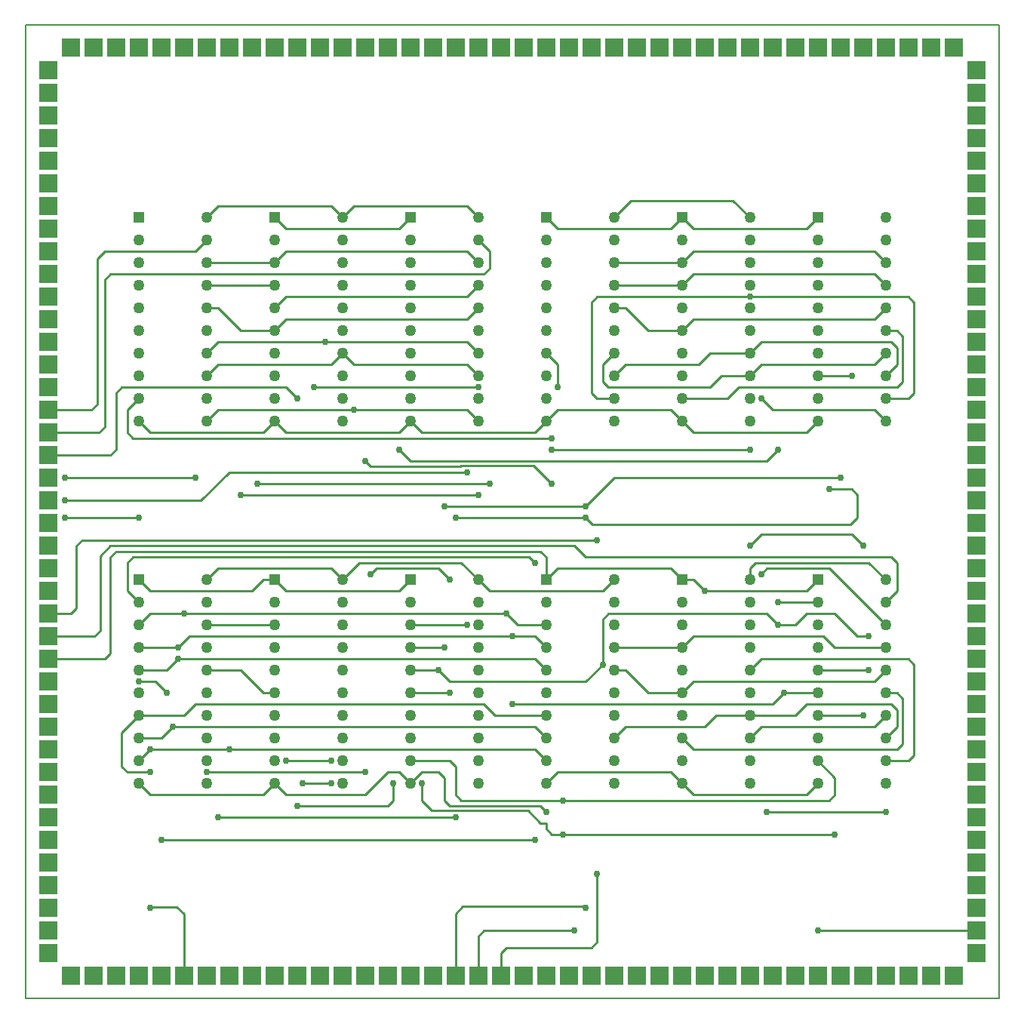
<source format=gbr>
G04 PROTEUS GERBER X2 FILE*
%TF.GenerationSoftware,Labcenter,Proteus,8.13-SP0-Build31525*%
%TF.CreationDate,2022-07-18T16:44:16+00:00*%
%TF.FileFunction,Copper,L1,Top*%
%TF.FilePolarity,Positive*%
%TF.Part,Single*%
%TF.SameCoordinates,{5cd33fac-9818-4aa8-8d23-16ed7fe0303d}*%
%FSLAX45Y45*%
%MOMM*%
G01*
%TA.AperFunction,Conductor*%
%ADD10C,0.254000*%
%TA.AperFunction,ViaPad*%
%ADD11C,0.762000*%
%TA.AperFunction,ComponentPad*%
%ADD12R,2.032000X2.032000*%
%TA.AperFunction,ComponentPad*%
%ADD13R,1.270000X1.270000*%
%ADD14C,1.270000*%
%TA.AperFunction,Profile*%
%ADD15C,0.203200*%
%TD.AperFunction*%
D10*
X-2857500Y+63500D02*
X-254000Y+63500D01*
X-2667000Y-1524000D02*
X-3175000Y-1524000D01*
X-3175001Y-1523999D01*
X-3429000Y-1524000D01*
X-3429000Y-1523999D01*
X-698500Y-1016000D02*
X-825500Y-889000D01*
X-1524000Y-889000D01*
X-1587500Y-952500D01*
X-2667000Y-2286000D02*
X-2794000Y-2286000D01*
X-3048000Y-2032000D01*
X-3429000Y-2032000D01*
X-381000Y-63500D02*
X-3048000Y-63500D01*
X-2032000Y-3302000D02*
X-2349500Y-3302000D01*
X-2032000Y-3048000D02*
X-2540000Y-3048000D01*
X-3302000Y-3683000D02*
X-635000Y-3683000D01*
X-3429000Y-3175000D02*
X-1651000Y-3175000D01*
X-2667000Y+2540000D02*
X-2540000Y+2667000D01*
X-507999Y+2667000D01*
X-381000Y+2540000D01*
X-381000Y+2540001D01*
X-2667000Y+2540000D02*
X-3175000Y+2540000D01*
X-3175001Y+2540001D01*
X-3429000Y+2540000D01*
X-3429000Y+2540001D01*
X-2667000Y+2032000D02*
X-2540000Y+2159000D01*
X-508000Y+2159000D01*
X-381000Y+2286000D01*
X-2667000Y+2286000D02*
X-3429000Y+2286000D01*
X-2667000Y+1778000D02*
X-2540000Y+1905000D01*
X-508000Y+1905000D01*
X-381000Y+2032000D01*
X-2667000Y+1778000D02*
X-3048000Y+1778000D01*
X-3302000Y+2032000D01*
X-3429000Y+2032000D01*
X-2095500Y+1651000D02*
X-508000Y+1651000D01*
X-381000Y+1524000D01*
X-2095500Y+1651000D02*
X-3302000Y+1651000D01*
X-3429000Y+1524000D01*
X-1905000Y+1524000D02*
X-1778000Y+1397000D01*
X-508000Y+1397000D01*
X-381000Y+1270000D01*
X-1905000Y+1524000D02*
X-2032000Y+1397000D01*
X-3302000Y+1397000D01*
X-3429000Y+1270000D01*
X-381000Y+1143000D02*
X-2222500Y+1143000D01*
X-1778000Y+889000D02*
X-3302000Y+889000D01*
X-3429000Y+762000D01*
X-1778000Y+889000D02*
X-508000Y+889000D01*
X-381000Y+762000D01*
X+1905000Y+2540000D02*
X+2032000Y+2667000D01*
X+4064001Y+2667000D01*
X+4191000Y+2540000D01*
X+4191000Y+2540001D01*
X+1905000Y+2540000D02*
X+1143000Y+2540000D01*
X+1143001Y+2540000D01*
X+1143000Y+2540001D01*
X+1905000Y+2286000D02*
X+2032000Y+2413000D01*
X+4064000Y+2413000D01*
X+4191000Y+2286000D01*
X+1905000Y+2286000D02*
X+1143000Y+2286000D01*
X+1905000Y+1778000D02*
X+2032000Y+1905000D01*
X+4064000Y+1905000D01*
X+4191000Y+2032000D01*
X+1905000Y+1778000D02*
X+1524000Y+1778000D01*
X+1270000Y+2032000D01*
X+1143000Y+2032000D01*
X+1905000Y+1016000D02*
X+2413000Y+1016000D01*
X+2540000Y+1143000D01*
X+4318000Y+1143000D01*
X+4381500Y+1206500D01*
X+4381500Y+1714500D01*
X+4318000Y+1778000D01*
X+4191000Y+1778000D01*
X+2667000Y+1270000D02*
X+2794000Y+1397000D01*
X+4064000Y+1397000D01*
X+4191000Y+1524000D01*
X+2667000Y+1270000D02*
X+2349500Y+1270000D01*
X+2222500Y+1143000D01*
X+1079500Y+1143000D01*
X+1016000Y+1206500D01*
X+1016000Y+1397000D01*
X+1143000Y+1524000D01*
X+2667000Y+1524000D02*
X+2794000Y+1651000D01*
X+4254500Y+1651000D01*
X+4318000Y+1587500D01*
X+4318000Y+1397000D01*
X+4191000Y+1270000D01*
X+2667000Y+1524000D02*
X+2222500Y+1524000D01*
X+2095500Y+1397000D01*
X+1270000Y+1397000D01*
X+1143000Y+1270000D01*
X+2667000Y+2159000D02*
X+4445000Y+2159000D01*
X+4508500Y+2095500D01*
X+4508500Y+1079500D01*
X+4445000Y+1016000D01*
X+4191000Y+1016000D01*
X+2667000Y+2159000D02*
X+952500Y+2159000D01*
X+889000Y+2095500D01*
X+889000Y+1079500D01*
X+952500Y+1016000D01*
X+1143000Y+1016000D01*
X+2794000Y+1016000D02*
X+2921000Y+889000D01*
X+4064000Y+889000D01*
X+4191000Y+762000D01*
X+2794000Y-952500D02*
X+2857500Y-889000D01*
X+3556001Y-889000D01*
X+4191000Y-1524000D01*
X+4191000Y-1523999D01*
X+1905000Y-1778000D02*
X+2032000Y-1651000D01*
X+3492500Y-1651000D01*
X+3619500Y-1778000D01*
X+4191000Y-1778000D01*
X+1905000Y-1778000D02*
X+1143000Y-1778000D01*
X+1905000Y-2286000D02*
X+2032000Y-2159000D01*
X+4064000Y-2159000D01*
X+4191000Y-2032000D01*
X+1905000Y-2286000D02*
X+1524000Y-2286000D01*
X+1270000Y-2032000D01*
X+1143000Y-2032000D01*
X+1905000Y-2794000D02*
X+2032000Y-2921000D01*
X+4318000Y-2921000D01*
X+4381500Y-2857500D01*
X+4381500Y-2349500D01*
X+4318000Y-2286000D01*
X+4191000Y-2286000D01*
X+2667000Y-2794000D02*
X+2794000Y-2667000D01*
X+4064000Y-2667000D01*
X+4191000Y-2540000D01*
X+2667000Y-2540000D02*
X+3175000Y-2540000D01*
X+3302000Y-2413000D01*
X+4254500Y-2413000D01*
X+4318000Y-2476500D01*
X+4318000Y-2667000D01*
X+4191000Y-2794000D01*
X+2667000Y-2540000D02*
X+2286000Y-2540000D01*
X+2159000Y-2667000D01*
X+1270000Y-2667000D01*
X+1143000Y-2794000D01*
X+2667000Y-2032000D02*
X+2794000Y-1905000D01*
X+4445000Y-1905000D01*
X+4508500Y-1968500D01*
X+4508500Y-2984500D01*
X+4445000Y-3048000D01*
X+4191000Y-3048000D01*
X+4191000Y-3619500D02*
X+2857500Y-3619500D01*
X-4191000Y-1270000D02*
X-4318000Y-1143000D01*
X-4318000Y-825500D01*
X-4254500Y-762000D01*
X+190500Y-762000D01*
X+254000Y-825500D01*
X-4191000Y-1524000D02*
X-4064000Y-1397000D01*
X-3683000Y-1397000D01*
X-63500Y-1397000D02*
X+63500Y-1524000D01*
X+381000Y-1524000D01*
X-63500Y-1397000D02*
X-3683000Y-1397000D01*
X+0Y-1651000D02*
X-3619500Y-1651000D01*
X-3746500Y-1778000D01*
X+0Y-1651000D02*
X+254000Y-1651000D01*
X+381000Y-1778000D01*
X-4191000Y-1778000D02*
X-3746500Y-1778000D01*
X+381000Y-2032000D02*
X+254000Y-1905000D01*
X-3746500Y-1905000D01*
X-4191000Y-2032000D02*
X-3873500Y-2032000D01*
X-3746500Y-1905000D01*
X-3937000Y-3937000D02*
X+254000Y-3937000D01*
X-4191000Y-2159000D02*
X-4000500Y-2159000D01*
X-3873500Y-2286000D01*
X+381000Y-2540000D02*
X-190500Y-2540000D01*
X-317500Y-2413000D01*
X-3556000Y-2413000D01*
X-3683000Y-2540000D01*
X-4064000Y-4699000D02*
X-4050813Y-4685813D01*
X-3759687Y-4685813D01*
X-3683000Y-4762500D01*
X-3683000Y-5461000D01*
X-4191000Y-2540000D02*
X-3683000Y-2540000D01*
X-4191000Y-2540000D02*
X-4381500Y-2730500D01*
X-4381500Y-3111500D01*
X-4318000Y-3175000D01*
X-4064000Y-3175000D01*
X+508000Y+1143000D02*
X+508000Y+1397000D01*
X+381000Y+1524000D01*
X+381000Y-2794000D02*
X+254000Y-2667000D01*
X-3810000Y-2667000D01*
X-3937000Y-2794000D01*
X-4191000Y-2794000D01*
X-3175000Y-2921000D02*
X+254000Y-2921000D01*
X+381000Y-3048000D01*
X-4064000Y-2921000D02*
X-3175000Y-2921000D01*
X-4191000Y+1016000D02*
X-4318000Y+889000D01*
X-4318000Y+635000D01*
X-4254500Y+571500D01*
X+444500Y+571500D01*
X-4064000Y-2921000D02*
X-4191000Y-3048000D01*
X-1270000Y+444500D02*
X-1143000Y+317500D01*
X+2857500Y+317500D01*
X+2984500Y+444500D01*
X-2413000Y-3556000D02*
X-1397000Y-3556000D01*
X-1333500Y-3492500D01*
X-1333500Y-3302000D01*
X+2984500Y-1270000D02*
X+3429000Y-1270000D01*
X+825500Y-317500D02*
X+901700Y-393700D01*
X+3797300Y-393700D01*
X+3873500Y-317500D01*
X+3873500Y-63500D01*
X+3810000Y+0D01*
X+3556000Y+0D01*
X-635000Y-317500D02*
X+825500Y-317500D01*
X+825500Y-4699000D02*
X+807995Y-4681495D01*
X-553995Y-4681495D01*
X-635000Y-4762500D01*
X-635000Y-5461000D01*
X-508000Y-1524000D02*
X-1143000Y-1524000D01*
X+825500Y-190500D02*
X+1143000Y+127000D01*
X+3683000Y+127000D01*
X+825500Y-190500D02*
X-762000Y-190500D01*
X-762000Y-1778000D02*
X-1143000Y-1778000D01*
X+698500Y-4953000D02*
X-317500Y-4953000D01*
X-381000Y-5016500D01*
X-381000Y-5461000D01*
X+952500Y-4318000D02*
X+952500Y-5080000D01*
X+889000Y-5143500D01*
X-63500Y-5143500D01*
X-127000Y-5207000D01*
X-127000Y-5461000D01*
X+1016000Y-1968500D02*
X+1016000Y-1460500D01*
X+1079500Y-1397000D01*
X+2857500Y-1397000D01*
X+2984500Y-1524000D01*
X+4000500Y-2032000D02*
X+3429000Y-2032000D01*
X+2984500Y-1524000D02*
X+3175000Y-1524000D01*
X+3302000Y-1397000D01*
X+3619500Y-1397000D01*
X+3873500Y-1651000D01*
X+4000500Y-1651000D01*
X-825500Y-2032000D02*
X-1143000Y-2032000D01*
X+1016000Y-1968500D02*
X+825500Y-2159000D01*
X-698500Y-2159000D01*
X-825500Y-2032000D01*
X+3048000Y-2286000D02*
X+2921000Y-2413000D01*
X+0Y-2413000D01*
X-1143000Y-2286000D02*
X-698500Y-2286000D01*
X+3048000Y-2286000D02*
X+3429000Y-2286000D01*
X+444500Y+63500D02*
X+241300Y+266700D01*
X-571500Y+266700D01*
X-584200Y+254000D01*
X-1587500Y+254000D01*
X-1651000Y+317500D01*
X+444500Y+444500D02*
X+2667000Y+444500D01*
X+3937000Y-2540000D02*
X+3429000Y-2540000D01*
X+2667000Y-635000D02*
X+2794000Y-508000D01*
X+3810000Y-508000D01*
X+3937000Y-635000D01*
X+381000Y-3746500D02*
X+381000Y-3810000D01*
X+444500Y-3873500D01*
X+571500Y-3873500D01*
X+3619500Y-3873500D02*
X+571500Y-3873500D01*
X+381000Y-3746500D02*
X+317500Y-3746500D01*
X+177800Y-3606800D01*
X-901700Y-3606800D01*
X-1016000Y-3492500D01*
X-1016000Y-3302000D01*
X+3810000Y+1270000D02*
X+3429000Y+1270000D01*
X+3429000Y-3048000D02*
X+3619500Y-3238500D01*
X+3619500Y-3429000D01*
X+3556000Y-3492500D01*
X+571500Y-3492500D01*
X-1143000Y-3048000D02*
X-698500Y-3048000D01*
X-635000Y-3111500D01*
X-635000Y-3429000D01*
X-571500Y-3492500D01*
X+571500Y-3492500D01*
X-2667000Y-3302000D02*
X-2540000Y-3429000D01*
X-1651000Y-3429000D01*
X-1397000Y-3175000D01*
X-1270000Y-3175000D01*
X-1143000Y-3302000D01*
X-2667000Y-3302000D02*
X-2794000Y-3429000D01*
X-4064000Y-3429000D01*
X-4191000Y-3302000D01*
X-1143000Y+762000D02*
X-1016000Y+635000D01*
X+254000Y+635000D01*
X+381000Y+762000D01*
X-2667000Y+762000D02*
X-2794000Y+635000D01*
X-4064000Y+635000D01*
X-4191000Y+762000D01*
X+1905000Y-3302000D02*
X+1778000Y-3175000D01*
X+508000Y-3175000D01*
X+381000Y-3302000D01*
X-1143000Y+762000D02*
X-1270000Y+635000D01*
X-2540000Y+635000D01*
X-2667000Y+762000D01*
X+3429000Y-4953000D02*
X+5207000Y-4953000D01*
X-1143000Y-3302000D02*
X-1016000Y-3175000D01*
X-825500Y-3175000D01*
X-762000Y-3238500D01*
X-762000Y-3492500D01*
X-698500Y-3556000D01*
X+317500Y-3556000D01*
X+381000Y-3619500D01*
X+1905000Y+762000D02*
X+1778000Y+889000D01*
X+508000Y+889000D01*
X+381000Y+762000D01*
X+1905000Y+762000D02*
X+2032000Y+635000D01*
X+3302000Y+635000D01*
X+3429000Y+762000D01*
X+1905000Y-3302000D02*
X+2032000Y-3429000D01*
X+3302000Y-3429000D01*
X+3429000Y-3302000D01*
X-3429000Y+2794001D02*
X-3429000Y+2794000D01*
X-3556001Y+2667000D01*
X-4572000Y+2667000D01*
X-4656107Y+2582893D01*
X-4656107Y+952500D01*
X-4719607Y+889000D01*
X-5207000Y+889000D01*
X-381000Y+2794001D02*
X-381000Y+2794000D01*
X-254000Y+2667001D01*
X-254000Y+2476500D01*
X-317500Y+2413000D01*
X-4508500Y+2413000D01*
X-4572000Y+2349500D01*
X-4572000Y+698500D01*
X-4635500Y+635000D01*
X-5207000Y+635000D01*
X-2413000Y+1016000D02*
X-2540000Y+1143000D01*
X-4381500Y+1143000D01*
X-4445000Y+1079500D01*
X-4445000Y+444500D01*
X-4508500Y+381000D01*
X-5207000Y+381000D01*
X-2667000Y+3048000D02*
X-2540000Y+2921000D01*
X-1651000Y+2921000D01*
X-1143000Y+3048000D02*
X-1270000Y+2921000D01*
X-1651000Y+2921000D01*
X-5016500Y+127000D02*
X-3556000Y+127000D01*
X-5016500Y-127000D02*
X-3492500Y-127000D01*
X-3175000Y+190500D01*
X-508000Y+190500D01*
X-2667000Y-1016000D02*
X-2540000Y-1143000D01*
X-1270000Y-1143000D01*
X-1143000Y-1016000D01*
X-2667000Y-1016000D02*
X-2794000Y-1016000D01*
X-2921000Y-1143000D01*
X-4064000Y-1143000D01*
X-4191000Y-1016000D01*
X-5016500Y-317500D02*
X-4191000Y-317500D01*
X+1905000Y+3048000D02*
X+1778000Y+2921000D01*
X+508000Y+2921000D01*
X+381000Y+3048000D01*
X+1905000Y+3048000D02*
X+2032000Y+2921000D01*
X+2413000Y+2921000D01*
X+2476500Y+2921000D02*
X+2413000Y+2921000D01*
X+2540000Y+2921000D02*
X+2476500Y+2921000D01*
X+2540000Y+2921000D02*
X+3302000Y+2921000D01*
X+3429000Y+3048000D01*
X+952500Y-571500D02*
X-4826000Y-571500D01*
X-4889500Y-635000D01*
X-4889500Y-1333500D01*
X-4953000Y-1397000D01*
X-5207000Y-1397000D01*
X+4191000Y-1269999D02*
X+4191000Y-1270000D01*
X+4318000Y-1142999D01*
X+4318000Y-825500D01*
X+4254500Y-762000D01*
X+825500Y-762000D01*
X+698500Y-635000D01*
X-4508500Y-635000D01*
X-4621872Y-748372D01*
X-4621872Y-1587500D01*
X-4685372Y-1651000D01*
X-5207000Y-1651000D01*
X+381000Y-1016000D02*
X+381000Y-762000D01*
X+317500Y-698500D01*
X-4445000Y-698500D01*
X-4508500Y-762000D01*
X-4508500Y-1841500D01*
X-4572000Y-1905000D01*
X-5207000Y-1905000D01*
X+1905000Y-1016000D02*
X+1778000Y-889000D01*
X+508000Y-889000D01*
X+381000Y-1016000D01*
X+2159000Y-1143000D02*
X+3302000Y-1143000D01*
X+3429000Y-1016000D01*
X+1905000Y-1016000D02*
X+2032000Y-1016000D01*
X+2159000Y-1143000D01*
X-1905000Y-1016000D02*
X-1714500Y-825500D01*
X-571500Y-825500D01*
X-381000Y-1016000D01*
X-1905000Y-1016000D02*
X-2032000Y-889000D01*
X-3302000Y-889000D01*
X-3429000Y-1016000D01*
X-381000Y+3048000D02*
X-508000Y+3175000D01*
X-1778000Y+3175000D01*
X-1905000Y+3048000D01*
X-2032000Y+3175000D01*
X-3302000Y+3175000D01*
X-3429000Y+3048000D01*
X+2667000Y+3048000D02*
X+2476500Y+3238500D01*
X+1333500Y+3238500D01*
X+1143000Y+3048000D01*
X-381000Y-1016000D02*
X-254000Y-1143000D01*
X+1016000Y-1143000D01*
X+1143000Y-1016000D01*
X+2667000Y-1016000D02*
X+2667000Y-889000D01*
X+2730500Y-825500D01*
X+4000500Y-825500D01*
X+4191000Y-1016000D01*
D11*
X-254000Y+63500D03*
X-2857500Y+63500D03*
X-1587500Y-952500D03*
X-698500Y-1016000D03*
X-3048000Y-63500D03*
X-381000Y-63500D03*
X-2349500Y-3302000D03*
X-2032000Y-3302000D03*
X-2540000Y-3048000D03*
X-2032000Y-3048000D03*
X-635000Y-3683000D03*
X-3302000Y-3683000D03*
X-1651000Y-3175000D03*
X-3429000Y-3175000D03*
X-2095500Y+1651000D03*
X-2222500Y+1143000D03*
X-381000Y+1143000D03*
X-1778000Y+889000D03*
X+2667000Y+2159000D03*
X+2794000Y+1016000D03*
X+2794000Y-952500D03*
X+2857500Y-3619500D03*
X+4191000Y-3619500D03*
X+254000Y-825500D03*
X-3683000Y-1397000D03*
X-63500Y-1397000D03*
X-3746500Y-1778000D03*
X+0Y-1651000D03*
X-3746500Y-1905000D03*
X+254000Y-3937000D03*
X-3937000Y-3937000D03*
X-3873500Y-2286000D03*
X-4191000Y-2159000D03*
X-4064000Y-4699000D03*
X-4064000Y-3175000D03*
X+508000Y+1143000D03*
X-3810000Y-2667000D03*
X+444500Y+571500D03*
X-3175000Y-2921000D03*
X-4064000Y-2921000D03*
X+2984500Y+444500D03*
X-1333500Y-3302000D03*
X-2413000Y-3556000D03*
X+2984500Y-1270000D03*
X-1270000Y+444500D03*
X+3556000Y+0D03*
X+825500Y-4699000D03*
X-508000Y-1524000D03*
X+825500Y-317500D03*
X-635000Y-317500D03*
X+3683000Y+127000D03*
X-762000Y-1778000D03*
X+698500Y-4953000D03*
X-762000Y-190500D03*
X+825500Y-190500D03*
X+952500Y-4318000D03*
X+4000500Y-2032000D03*
X+4000500Y-1651000D03*
X+2984500Y-1524000D03*
X-825500Y-2032000D03*
X+1016000Y-1968500D03*
X+0Y-2413000D03*
X-698500Y-2286000D03*
X+3048000Y-2286000D03*
X-1651000Y+317500D03*
X+444500Y+63500D03*
X+2667000Y+444500D03*
X+444500Y+444500D03*
X+3937000Y-2540000D03*
X+3937000Y-635000D03*
X+2667000Y-635000D03*
X+571500Y-3873500D03*
X+3619500Y-3873500D03*
X-1016000Y-3302000D03*
X+3810000Y+1270000D03*
X+571500Y-3492500D03*
X+3429000Y-4953000D03*
X+381000Y-3619500D03*
X-2413000Y+1016000D03*
X-3556000Y+127000D03*
X-5016500Y+127000D03*
X-508000Y+190500D03*
X-5016500Y-127000D03*
X-4191000Y-317500D03*
X-5016500Y-317500D03*
X+952500Y-571500D03*
X+2159000Y-1143000D03*
D12*
X-2921000Y+4953000D03*
X-2667000Y+4953000D03*
X-2413000Y+4953000D03*
X-2159000Y+4953000D03*
X-1905000Y+4953000D03*
X-1651000Y+4953000D03*
X-1397000Y+4953000D03*
X-1143000Y+4953000D03*
X-889000Y+4953000D03*
X-635000Y+4953000D03*
X-381000Y+4953000D03*
X-127000Y+4953000D03*
X+127000Y+4953000D03*
X+381000Y+4953000D03*
X+635000Y+4953000D03*
X+889000Y+4953000D03*
X+1143000Y+4953000D03*
X+1397000Y+4953000D03*
X+1651000Y+4953000D03*
X+1905000Y+4953000D03*
X+2159000Y+4953000D03*
X+2413000Y+4953000D03*
X+2667000Y+4953000D03*
X+2921000Y+4953000D03*
X+3175000Y+4953000D03*
X+3429000Y+4953000D03*
X+3683000Y+4953000D03*
X+3937000Y+4953000D03*
X+4191000Y+4953000D03*
X+4445000Y+4953000D03*
X+4699000Y+4953000D03*
X+4953000Y+4953000D03*
X-4953000Y+4953000D03*
X-4699000Y+4953000D03*
X-4445000Y+4953000D03*
X-4191000Y+4953000D03*
X-3937000Y+4953000D03*
X-3683000Y+4953000D03*
X-3429000Y+4953000D03*
X-3175000Y+4953000D03*
X-4953000Y-5461000D03*
X-4699000Y-5461000D03*
X-4445000Y-5461000D03*
X-4191000Y-5461000D03*
X-3937000Y-5461000D03*
X-3683000Y-5461000D03*
X-3429000Y-5461000D03*
X-3175000Y-5461000D03*
X-2921000Y-5461000D03*
X-2667000Y-5461000D03*
X-2413000Y-5461000D03*
X-2159000Y-5461000D03*
X-1905000Y-5461000D03*
X-1651000Y-5461000D03*
X-1397000Y-5461000D03*
X-1143000Y-5461000D03*
X-889000Y-5461000D03*
X-635000Y-5461000D03*
X-381000Y-5461000D03*
X-127000Y-5461000D03*
X+127000Y-5461000D03*
X+381000Y-5461000D03*
X+635000Y-5461000D03*
X+889000Y-5461000D03*
X+1143000Y-5461000D03*
X+1397000Y-5461000D03*
X+1651000Y-5461000D03*
X+1905000Y-5461000D03*
X+2159000Y-5461000D03*
X+2413000Y-5461000D03*
X+2667000Y-5461000D03*
X+2921000Y-5461000D03*
X+3175000Y-5461000D03*
X+3429000Y-5461000D03*
X+3683000Y-5461000D03*
X+3937000Y-5461000D03*
X+4191000Y-5461000D03*
X+4445000Y-5461000D03*
X+4699000Y-5461000D03*
X+4953000Y-5461000D03*
X-5207000Y+4699000D03*
X-5207000Y+4445000D03*
X-5207000Y+4191000D03*
X-5207000Y+3937000D03*
X-5207000Y+3683000D03*
X-5207000Y+3429000D03*
X-5207000Y+3175000D03*
X-5207000Y+2921000D03*
X-5207000Y+2667000D03*
X-5207000Y+2413000D03*
X-5207000Y+2159000D03*
X-5207000Y+1905000D03*
X-5207000Y+1651000D03*
X-5207000Y+1397000D03*
X-5207000Y+1143000D03*
X-5207000Y+889000D03*
X-5207000Y+635000D03*
X-5207000Y+381000D03*
X-5207000Y+127000D03*
X-5207000Y-127000D03*
X-5207000Y-381000D03*
X-5207000Y-635000D03*
X-5207000Y-889000D03*
X-5207000Y-1143000D03*
X-5207000Y-1397000D03*
X-5207000Y-1651000D03*
X-5207000Y-1905000D03*
X-5207000Y-2159000D03*
X-5207000Y-2413000D03*
X-5207000Y-2667000D03*
X-5207000Y-2921000D03*
X-5207000Y-3175000D03*
X-5207000Y-3429000D03*
X-5207000Y-3683000D03*
X-5207000Y-3937000D03*
X-5207000Y-4191000D03*
X-5207000Y-4445000D03*
X-5207000Y-4699000D03*
X-5207000Y-4953000D03*
X-5207000Y-5207000D03*
X+5207000Y+4699000D03*
X+5207000Y+4445000D03*
X+5207000Y+4191000D03*
X+5207000Y+3937000D03*
X+5207000Y+3683000D03*
X+5207000Y+3429000D03*
X+5207000Y+3175000D03*
X+5207000Y+2921000D03*
X+5207000Y+2667000D03*
X+5207000Y+2413000D03*
X+5207000Y+2159000D03*
X+5207000Y+1905000D03*
X+5207000Y+1651000D03*
X+5207000Y+1397000D03*
X+5207000Y+1143000D03*
X+5207000Y+889000D03*
X+5207000Y+635000D03*
X+5207000Y+381000D03*
X+5207000Y+127000D03*
X+5207000Y-127000D03*
X+5207000Y-381000D03*
X+5207000Y-635000D03*
X+5207000Y-889000D03*
X+5207000Y-1143000D03*
X+5207000Y-1397000D03*
X+5207000Y-1651000D03*
X+5207000Y-1905000D03*
X+5207000Y-2159000D03*
X+5207000Y-2413000D03*
X+5207000Y-2667000D03*
X+5207000Y-2921000D03*
X+5207000Y-3175000D03*
X+5207000Y-3429000D03*
X+5207000Y-3683000D03*
X+5207000Y-3937000D03*
X+5207000Y-4191000D03*
X+5207000Y-4445000D03*
X+5207000Y-4699000D03*
X+5207000Y-4953000D03*
X+5207000Y-5207000D03*
D13*
X-4191000Y+3048000D03*
D14*
X-4191000Y+2794000D03*
X-4191000Y+2540000D03*
X-4191000Y+2286000D03*
X-4191000Y+2032000D03*
X-4191000Y+1778000D03*
X-4191000Y+1524000D03*
X-4191000Y+1270000D03*
X-4191000Y+1016000D03*
X-4191000Y+762000D03*
X-3429000Y+762000D03*
X-3429000Y+1016000D03*
X-3429000Y+1270000D03*
X-3429000Y+1524000D03*
X-3429000Y+1778000D03*
X-3429000Y+2032000D03*
X-3429000Y+2286000D03*
X-3429000Y+2540000D03*
X-3429000Y+2794000D03*
X-3429000Y+3048000D03*
D13*
X-1143000Y+3048000D03*
D14*
X-1143000Y+2794000D03*
X-1143000Y+2540000D03*
X-1143000Y+2286000D03*
X-1143000Y+2032000D03*
X-1143000Y+1778000D03*
X-1143000Y+1524000D03*
X-1143000Y+1270000D03*
X-1143000Y+1016000D03*
X-1143000Y+762000D03*
X-381000Y+762000D03*
X-381000Y+1016000D03*
X-381000Y+1270000D03*
X-381000Y+1524000D03*
X-381000Y+1778000D03*
X-381000Y+2032000D03*
X-381000Y+2286000D03*
X-381000Y+2540000D03*
X-381000Y+2794000D03*
X-381000Y+3048000D03*
D13*
X-2667000Y+3048000D03*
D14*
X-2667000Y+2794000D03*
X-2667000Y+2540000D03*
X-2667000Y+2286000D03*
X-2667000Y+2032000D03*
X-2667000Y+1778000D03*
X-2667000Y+1524000D03*
X-2667000Y+1270000D03*
X-2667000Y+1016000D03*
X-2667000Y+762000D03*
X-1905000Y+762000D03*
X-1905000Y+1016000D03*
X-1905000Y+1270000D03*
X-1905000Y+1524000D03*
X-1905000Y+1778000D03*
X-1905000Y+2032000D03*
X-1905000Y+2286000D03*
X-1905000Y+2540000D03*
X-1905000Y+2794000D03*
X-1905000Y+3048000D03*
D13*
X-2667000Y-1016000D03*
D14*
X-2667000Y-1270000D03*
X-2667000Y-1524000D03*
X-2667000Y-1778000D03*
X-2667000Y-2032000D03*
X-2667000Y-2286000D03*
X-2667000Y-2540000D03*
X-2667000Y-2794000D03*
X-2667000Y-3048000D03*
X-2667000Y-3302000D03*
X-1905000Y-3302000D03*
X-1905000Y-3048000D03*
X-1905000Y-2794000D03*
X-1905000Y-2540000D03*
X-1905000Y-2286000D03*
X-1905000Y-2032000D03*
X-1905000Y-1778000D03*
X-1905000Y-1524000D03*
X-1905000Y-1270000D03*
X-1905000Y-1016000D03*
D13*
X-4191000Y-1016000D03*
D14*
X-4191000Y-1270000D03*
X-4191000Y-1524000D03*
X-4191000Y-1778000D03*
X-4191000Y-2032000D03*
X-4191000Y-2286000D03*
X-4191000Y-2540000D03*
X-4191000Y-2794000D03*
X-4191000Y-3048000D03*
X-4191000Y-3302000D03*
X-3429000Y-3302000D03*
X-3429000Y-3048000D03*
X-3429000Y-2794000D03*
X-3429000Y-2540000D03*
X-3429000Y-2286000D03*
X-3429000Y-2032000D03*
X-3429000Y-1778000D03*
X-3429000Y-1524000D03*
X-3429000Y-1270000D03*
X-3429000Y-1016000D03*
D13*
X-1143000Y-1016000D03*
D14*
X-1143000Y-1270000D03*
X-1143000Y-1524000D03*
X-1143000Y-1778000D03*
X-1143000Y-2032000D03*
X-1143000Y-2286000D03*
X-1143000Y-2540000D03*
X-1143000Y-2794000D03*
X-1143000Y-3048000D03*
X-1143000Y-3302000D03*
X-381000Y-3302000D03*
X-381000Y-3048000D03*
X-381000Y-2794000D03*
X-381000Y-2540000D03*
X-381000Y-2286000D03*
X-381000Y-2032000D03*
X-381000Y-1778000D03*
X-381000Y-1524000D03*
X-381000Y-1270000D03*
X-381000Y-1016000D03*
D13*
X+1905000Y+3048000D03*
D14*
X+1905000Y+2794000D03*
X+1905000Y+2540000D03*
X+1905000Y+2286000D03*
X+1905000Y+2032000D03*
X+1905000Y+1778000D03*
X+1905000Y+1524000D03*
X+1905000Y+1270000D03*
X+1905000Y+1016000D03*
X+1905000Y+762000D03*
X+2667000Y+762000D03*
X+2667000Y+1016000D03*
X+2667000Y+1270000D03*
X+2667000Y+1524000D03*
X+2667000Y+1778000D03*
X+2667000Y+2032000D03*
X+2667000Y+2286000D03*
X+2667000Y+2540000D03*
X+2667000Y+2794000D03*
X+2667000Y+3048000D03*
D13*
X+381000Y+3048000D03*
D14*
X+381000Y+2794000D03*
X+381000Y+2540000D03*
X+381000Y+2286000D03*
X+381000Y+2032000D03*
X+381000Y+1778000D03*
X+381000Y+1524000D03*
X+381000Y+1270000D03*
X+381000Y+1016000D03*
X+381000Y+762000D03*
X+1143000Y+762000D03*
X+1143000Y+1016000D03*
X+1143000Y+1270000D03*
X+1143000Y+1524000D03*
X+1143000Y+1778000D03*
X+1143000Y+2032000D03*
X+1143000Y+2286000D03*
X+1143000Y+2540000D03*
X+1143000Y+2794000D03*
X+1143000Y+3048000D03*
D13*
X+3429000Y+3048000D03*
D14*
X+3429000Y+2794000D03*
X+3429000Y+2540000D03*
X+3429000Y+2286000D03*
X+3429000Y+2032000D03*
X+3429000Y+1778000D03*
X+3429000Y+1524000D03*
X+3429000Y+1270000D03*
X+3429000Y+1016000D03*
X+3429000Y+762000D03*
X+4191000Y+762000D03*
X+4191000Y+1016000D03*
X+4191000Y+1270000D03*
X+4191000Y+1524000D03*
X+4191000Y+1778000D03*
X+4191000Y+2032000D03*
X+4191000Y+2286000D03*
X+4191000Y+2540000D03*
X+4191000Y+2794000D03*
X+4191000Y+3048000D03*
D13*
X+1905000Y-1016000D03*
D14*
X+1905000Y-1270000D03*
X+1905000Y-1524000D03*
X+1905000Y-1778000D03*
X+1905000Y-2032000D03*
X+1905000Y-2286000D03*
X+1905000Y-2540000D03*
X+1905000Y-2794000D03*
X+1905000Y-3048000D03*
X+1905000Y-3302000D03*
X+2667000Y-3302000D03*
X+2667000Y-3048000D03*
X+2667000Y-2794000D03*
X+2667000Y-2540000D03*
X+2667000Y-2286000D03*
X+2667000Y-2032000D03*
X+2667000Y-1778000D03*
X+2667000Y-1524000D03*
X+2667000Y-1270000D03*
X+2667000Y-1016000D03*
D13*
X+381000Y-1016000D03*
D14*
X+381000Y-1270000D03*
X+381000Y-1524000D03*
X+381000Y-1778000D03*
X+381000Y-2032000D03*
X+381000Y-2286000D03*
X+381000Y-2540000D03*
X+381000Y-2794000D03*
X+381000Y-3048000D03*
X+381000Y-3302000D03*
X+1143000Y-3302000D03*
X+1143000Y-3048000D03*
X+1143000Y-2794000D03*
X+1143000Y-2540000D03*
X+1143000Y-2286000D03*
X+1143000Y-2032000D03*
X+1143000Y-1778000D03*
X+1143000Y-1524000D03*
X+1143000Y-1270000D03*
X+1143000Y-1016000D03*
D13*
X+3429000Y-1016000D03*
D14*
X+3429000Y-1270000D03*
X+3429000Y-1524000D03*
X+3429000Y-1778000D03*
X+3429000Y-2032000D03*
X+3429000Y-2286000D03*
X+3429000Y-2540000D03*
X+3429000Y-2794000D03*
X+3429000Y-3048000D03*
X+3429000Y-3302000D03*
X+4191000Y-3302000D03*
X+4191000Y-3048000D03*
X+4191000Y-2794000D03*
X+4191000Y-2540000D03*
X+4191000Y-2286000D03*
X+4191000Y-2032000D03*
X+4191000Y-1778000D03*
X+4191000Y-1524000D03*
X+4191000Y-1270000D03*
X+4191000Y-1016000D03*
D15*
X-5461000Y-5715000D02*
X+5461000Y-5715000D01*
X+5461000Y+5207000D01*
X-5461000Y+5207000D01*
X-5461000Y-5715000D01*
M02*

</source>
